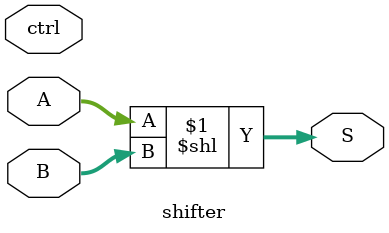
<source format=v>
`timescale 1ns / 1ps
module shifter(A, B, ctrl, S);
input[31:0] A;
input[4:0] B;
input ctrl;
output[31:0] S;
assign S = (A << B);
endmodule

</source>
